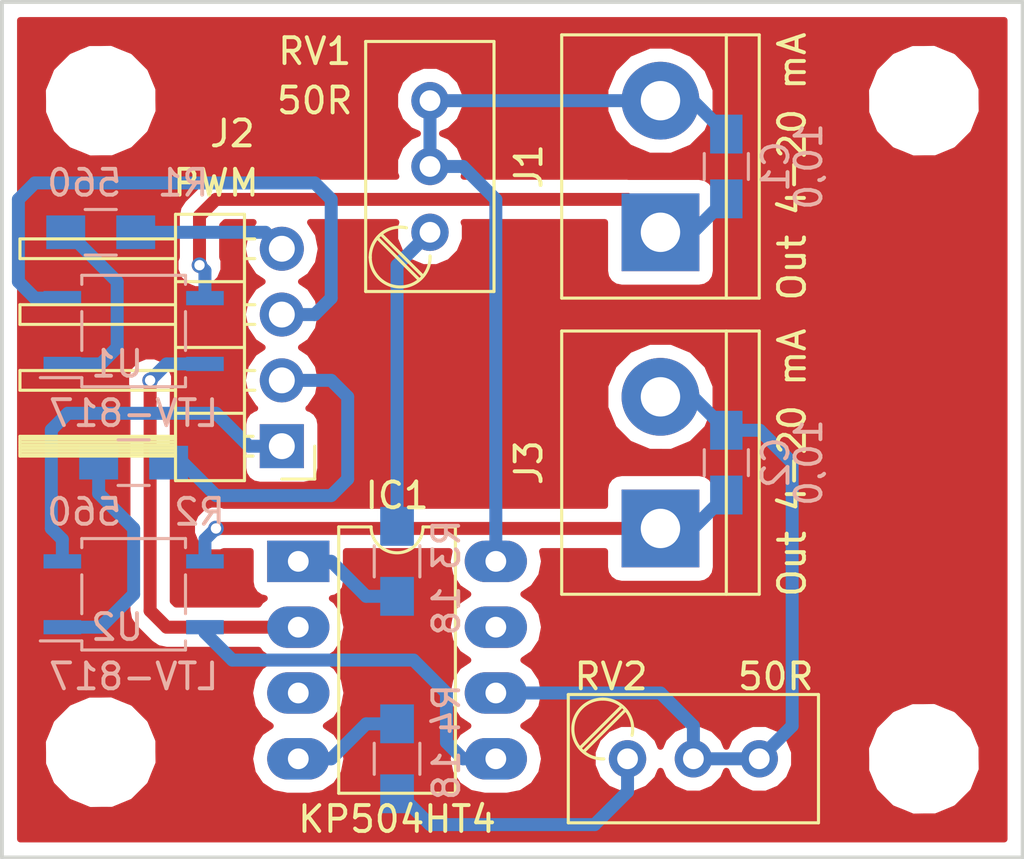
<source format=kicad_pcb>
(kicad_pcb (version 4) (host pcbnew 4.0.7)

  (general
    (links 24)
    (no_connects 0)
    (area 133.274999 65.964999 172.795001 99.135001)
    (thickness 1.6)
    (drawings 4)
    (tracks 93)
    (zones 0)
    (modules 18)
    (nets 17)
  )

  (page A4)
  (layers
    (0 F.Cu signal)
    (31 B.Cu signal)
    (32 B.Adhes user)
    (33 F.Adhes user)
    (34 B.Paste user)
    (35 F.Paste user)
    (36 B.SilkS user)
    (37 F.SilkS user)
    (38 B.Mask user)
    (39 F.Mask user)
    (40 Dwgs.User user)
    (41 Cmts.User user)
    (42 Eco1.User user)
    (43 Eco2.User user)
    (44 Edge.Cuts user)
    (45 Margin user)
    (46 B.CrtYd user)
    (47 F.CrtYd user)
    (48 B.Fab user)
    (49 F.Fab user)
  )

  (setup
    (last_trace_width 0.25)
    (user_trace_width 0.3)
    (user_trace_width 0.5)
    (user_trace_width 1)
    (trace_clearance 0.2)
    (zone_clearance 0.508)
    (zone_45_only no)
    (trace_min 0.2)
    (segment_width 0.2)
    (edge_width 0.15)
    (via_size 0.6)
    (via_drill 0.4)
    (via_min_size 0.4)
    (via_min_drill 0.3)
    (uvia_size 0.3)
    (uvia_drill 0.1)
    (uvias_allowed no)
    (uvia_min_size 0.2)
    (uvia_min_drill 0.1)
    (pcb_text_width 0.3)
    (pcb_text_size 1.5 1.5)
    (mod_edge_width 0.15)
    (mod_text_size 1 1)
    (mod_text_width 0.15)
    (pad_size 1.524 1.524)
    (pad_drill 0.762)
    (pad_to_mask_clearance 0.2)
    (aux_axis_origin 0 0)
    (visible_elements 7FFFFFFF)
    (pcbplotparams
      (layerselection 0x00030_80000001)
      (usegerberextensions false)
      (excludeedgelayer true)
      (linewidth 0.100000)
      (plotframeref false)
      (viasonmask false)
      (mode 1)
      (useauxorigin false)
      (hpglpennumber 1)
      (hpglpenspeed 20)
      (hpglpendiameter 15)
      (hpglpenoverlay 2)
      (psnegative false)
      (psa4output false)
      (plotreference true)
      (plotvalue true)
      (plotinvisibletext false)
      (padsonsilk false)
      (subtractmaskfromsilk false)
      (outputformat 1)
      (mirror false)
      (drillshape 1)
      (scaleselection 1)
      (outputdirectory ""))
  )

  (net 0 "")
  (net 1 "Net-(C1-Pad1)")
  (net 2 "Net-(C1-Pad2)")
  (net 3 "Net-(C2-Pad1)")
  (net 4 "Net-(C2-Pad2)")
  (net 5 "Net-(IC1-Pad1)")
  (net 6 "Net-(IC1-Pad2)")
  (net 7 "Net-(IC1-Pad4)")
  (net 8 "Net-(J2-Pad1)")
  (net 9 "Net-(J2-Pad2)")
  (net 10 "Net-(J2-Pad3)")
  (net 11 "Net-(J2-Pad4)")
  (net 12 "Net-(R1-Pad1)")
  (net 13 "Net-(R2-Pad1)")
  (net 14 "Net-(R3-Pad1)")
  (net 15 "Net-(R4-Pad1)")
  (net 16 "Net-(IC1-Pad5)")

  (net_class Default "Это класс цепей по умолчанию."
    (clearance 0.2)
    (trace_width 0.25)
    (via_dia 0.6)
    (via_drill 0.4)
    (uvia_dia 0.3)
    (uvia_drill 0.1)
    (add_net "Net-(C1-Pad1)")
    (add_net "Net-(C1-Pad2)")
    (add_net "Net-(C2-Pad1)")
    (add_net "Net-(C2-Pad2)")
    (add_net "Net-(IC1-Pad1)")
    (add_net "Net-(IC1-Pad2)")
    (add_net "Net-(IC1-Pad4)")
    (add_net "Net-(IC1-Pad5)")
    (add_net "Net-(J2-Pad1)")
    (add_net "Net-(J2-Pad2)")
    (add_net "Net-(J2-Pad3)")
    (add_net "Net-(J2-Pad4)")
    (add_net "Net-(R1-Pad1)")
    (add_net "Net-(R2-Pad1)")
    (add_net "Net-(R3-Pad1)")
    (add_net "Net-(R4-Pad1)")
  )

  (module Mounting_Holes:MountingHole_3.2mm_M3 (layer F.Cu) (tedit 5B000599) (tstamp 5B0005D5)
    (at 168.91 69.85)
    (descr "Mounting Hole 3.2mm, no annular, M3")
    (tags "mounting hole 3.2mm no annular m3")
    (attr virtual)
    (fp_text reference hole (at 0 -4.2) (layer F.SilkS) hide
      (effects (font (size 1 1) (thickness 0.15)))
    )
    (fp_text value "" (at 0 4.2) (layer F.Fab) hide
      (effects (font (size 1 1) (thickness 0.15)))
    )
    (fp_text user %R (at 0.3 0) (layer F.Fab)
      (effects (font (size 1 1) (thickness 0.15)))
    )
    (fp_circle (center 0 0) (end 3.2 0) (layer Cmts.User) (width 0.15))
    (fp_circle (center 0 0) (end 3.45 0) (layer F.CrtYd) (width 0.05))
    (pad 1 np_thru_hole circle (at 0 0) (size 3.2 3.2) (drill 3.2) (layers *.Cu *.Mask))
  )

  (module Mounting_Holes:MountingHole_3.2mm_M3 (layer F.Cu) (tedit 5B000599) (tstamp 5B0005C9)
    (at 168.91 95.25)
    (descr "Mounting Hole 3.2mm, no annular, M3")
    (tags "mounting hole 3.2mm no annular m3")
    (attr virtual)
    (fp_text reference hole (at 0 -4.2) (layer F.SilkS) hide
      (effects (font (size 1 1) (thickness 0.15)))
    )
    (fp_text value "" (at 0 4.2) (layer F.Fab) hide
      (effects (font (size 1 1) (thickness 0.15)))
    )
    (fp_text user %R (at 0.3 0) (layer F.Fab)
      (effects (font (size 1 1) (thickness 0.15)))
    )
    (fp_circle (center 0 0) (end 3.2 0) (layer Cmts.User) (width 0.15))
    (fp_circle (center 0 0) (end 3.45 0) (layer F.CrtYd) (width 0.05))
    (pad 1 np_thru_hole circle (at 0 0) (size 3.2 3.2) (drill 3.2) (layers *.Cu *.Mask))
  )

  (module Mounting_Holes:MountingHole_3.2mm_M3 (layer F.Cu) (tedit 5B000599) (tstamp 5B0005B6)
    (at 137.16 94.996)
    (descr "Mounting Hole 3.2mm, no annular, M3")
    (tags "mounting hole 3.2mm no annular m3")
    (attr virtual)
    (fp_text reference hole (at 0 -4.2) (layer F.SilkS) hide
      (effects (font (size 1 1) (thickness 0.15)))
    )
    (fp_text value "" (at 0 4.2) (layer F.Fab) hide
      (effects (font (size 1 1) (thickness 0.15)))
    )
    (fp_text user %R (at 0.3 0) (layer F.Fab)
      (effects (font (size 1 1) (thickness 0.15)))
    )
    (fp_circle (center 0 0) (end 3.2 0) (layer Cmts.User) (width 0.15))
    (fp_circle (center 0 0) (end 3.45 0) (layer F.CrtYd) (width 0.05))
    (pad 1 np_thru_hole circle (at 0 0) (size 3.2 3.2) (drill 3.2) (layers *.Cu *.Mask))
  )

  (module Capacitors_SMD:C_0805_HandSoldering (layer B.Cu) (tedit 5B004C7B) (tstamp 5AFFFA06)
    (at 161.29 72.39 270)
    (descr "Capacitor SMD 0805, hand soldering")
    (tags "capacitor 0805")
    (path /58A74533)
    (attr smd)
    (fp_text reference C1 (at 0 -1.905 270) (layer B.SilkS)
      (effects (font (size 1 1) (thickness 0.15)) (justify mirror))
    )
    (fp_text value 10,0 (at 0 -3.175 270) (layer B.SilkS)
      (effects (font (size 1 1) (thickness 0.15)) (justify mirror))
    )
    (fp_text user %R (at 0 -1.905 270) (layer B.Fab)
      (effects (font (size 1 1) (thickness 0.15)) (justify mirror))
    )
    (fp_line (start -1 -0.62) (end -1 0.62) (layer B.Fab) (width 0.1))
    (fp_line (start 1 -0.62) (end -1 -0.62) (layer B.Fab) (width 0.1))
    (fp_line (start 1 0.62) (end 1 -0.62) (layer B.Fab) (width 0.1))
    (fp_line (start -1 0.62) (end 1 0.62) (layer B.Fab) (width 0.1))
    (fp_line (start 0.5 0.85) (end -0.5 0.85) (layer B.SilkS) (width 0.12))
    (fp_line (start -0.5 -0.85) (end 0.5 -0.85) (layer B.SilkS) (width 0.12))
    (fp_line (start -2.25 0.88) (end 2.25 0.88) (layer B.CrtYd) (width 0.05))
    (fp_line (start -2.25 0.88) (end -2.25 -0.87) (layer B.CrtYd) (width 0.05))
    (fp_line (start 2.25 -0.87) (end 2.25 0.88) (layer B.CrtYd) (width 0.05))
    (fp_line (start 2.25 -0.87) (end -2.25 -0.87) (layer B.CrtYd) (width 0.05))
    (pad 1 smd rect (at -1.25 0 270) (size 1.5 1.25) (layers B.Cu B.Paste B.Mask)
      (net 1 "Net-(C1-Pad1)"))
    (pad 2 smd rect (at 1.25 0 270) (size 1.5 1.25) (layers B.Cu B.Paste B.Mask)
      (net 2 "Net-(C1-Pad2)"))
    (model Capacitors_SMD.3dshapes/C_0805.wrl
      (at (xyz 0 0 0))
      (scale (xyz 1 1 1))
      (rotate (xyz 0 0 0))
    )
  )

  (module Capacitors_SMD:C_0805_HandSoldering (layer B.Cu) (tedit 5B004C75) (tstamp 5AFFFA0C)
    (at 161.29 83.82 270)
    (descr "Capacitor SMD 0805, hand soldering")
    (tags "capacitor 0805")
    (path /5AFFFF55)
    (attr smd)
    (fp_text reference C2 (at 0 -1.905 270) (layer B.SilkS)
      (effects (font (size 1 1) (thickness 0.15)) (justify mirror))
    )
    (fp_text value 10,0 (at 0 -3.175 270) (layer B.SilkS)
      (effects (font (size 1 1) (thickness 0.15)) (justify mirror))
    )
    (fp_text user %R (at 0 -1.905 270) (layer B.Fab)
      (effects (font (size 1 1) (thickness 0.15)) (justify mirror))
    )
    (fp_line (start -1 -0.62) (end -1 0.62) (layer B.Fab) (width 0.1))
    (fp_line (start 1 -0.62) (end -1 -0.62) (layer B.Fab) (width 0.1))
    (fp_line (start 1 0.62) (end 1 -0.62) (layer B.Fab) (width 0.1))
    (fp_line (start -1 0.62) (end 1 0.62) (layer B.Fab) (width 0.1))
    (fp_line (start 0.5 0.85) (end -0.5 0.85) (layer B.SilkS) (width 0.12))
    (fp_line (start -0.5 -0.85) (end 0.5 -0.85) (layer B.SilkS) (width 0.12))
    (fp_line (start -2.25 0.88) (end 2.25 0.88) (layer B.CrtYd) (width 0.05))
    (fp_line (start -2.25 0.88) (end -2.25 -0.87) (layer B.CrtYd) (width 0.05))
    (fp_line (start 2.25 -0.87) (end 2.25 0.88) (layer B.CrtYd) (width 0.05))
    (fp_line (start 2.25 -0.87) (end -2.25 -0.87) (layer B.CrtYd) (width 0.05))
    (pad 1 smd rect (at -1.25 0 270) (size 1.5 1.25) (layers B.Cu B.Paste B.Mask)
      (net 3 "Net-(C2-Pad1)"))
    (pad 2 smd rect (at 1.25 0 270) (size 1.5 1.25) (layers B.Cu B.Paste B.Mask)
      (net 4 "Net-(C2-Pad2)"))
    (model Capacitors_SMD.3dshapes/C_0805.wrl
      (at (xyz 0 0 0))
      (scale (xyz 1 1 1))
      (rotate (xyz 0 0 0))
    )
  )

  (module Connectors_Terminal_Blocks:TerminalBlock_bornier-2_P5.08mm (layer F.Cu) (tedit 5B004BAA) (tstamp 5AFFFA1A)
    (at 158.75 74.93 90)
    (descr "simple 2-pin terminal block, pitch 5.08mm, revamped version of bornier2")
    (tags "terminal block bornier2")
    (path /58A7455E)
    (fp_text reference J1 (at 2.54 -5.08 90) (layer F.SilkS)
      (effects (font (size 1 1) (thickness 0.15)))
    )
    (fp_text value "Out 4-20 mA" (at 2.54 5.08 90) (layer F.SilkS)
      (effects (font (size 1 1) (thickness 0.15)))
    )
    (fp_text user %R (at 2.54 -5.08 90) (layer F.Fab)
      (effects (font (size 1 1) (thickness 0.15)))
    )
    (fp_line (start -2.41 2.55) (end 7.49 2.55) (layer F.Fab) (width 0.1))
    (fp_line (start -2.46 -3.75) (end -2.46 3.75) (layer F.Fab) (width 0.1))
    (fp_line (start -2.46 3.75) (end 7.54 3.75) (layer F.Fab) (width 0.1))
    (fp_line (start 7.54 3.75) (end 7.54 -3.75) (layer F.Fab) (width 0.1))
    (fp_line (start 7.54 -3.75) (end -2.46 -3.75) (layer F.Fab) (width 0.1))
    (fp_line (start 7.62 2.54) (end -2.54 2.54) (layer F.SilkS) (width 0.12))
    (fp_line (start 7.62 3.81) (end 7.62 -3.81) (layer F.SilkS) (width 0.12))
    (fp_line (start 7.62 -3.81) (end -2.54 -3.81) (layer F.SilkS) (width 0.12))
    (fp_line (start -2.54 -3.81) (end -2.54 3.81) (layer F.SilkS) (width 0.12))
    (fp_line (start -2.54 3.81) (end 7.62 3.81) (layer F.SilkS) (width 0.12))
    (fp_line (start -2.71 -4) (end 7.79 -4) (layer F.CrtYd) (width 0.05))
    (fp_line (start -2.71 -4) (end -2.71 4) (layer F.CrtYd) (width 0.05))
    (fp_line (start 7.79 4) (end 7.79 -4) (layer F.CrtYd) (width 0.05))
    (fp_line (start 7.79 4) (end -2.71 4) (layer F.CrtYd) (width 0.05))
    (pad 1 thru_hole rect (at 0 0 90) (size 3 3) (drill 1.52) (layers *.Cu *.Mask)
      (net 2 "Net-(C1-Pad2)"))
    (pad 2 thru_hole circle (at 5.08 0 90) (size 3 3) (drill 1.52) (layers *.Cu *.Mask)
      (net 1 "Net-(C1-Pad1)"))
    (model ${KISYS3DMOD}/Terminal_Blocks.3dshapes/TerminalBlock_bornier-2_P5.08mm.wrl
      (at (xyz 0.1 0 0))
      (scale (xyz 1 1 1))
      (rotate (xyz 0 0 0))
    )
  )

  (module Pin_Headers:Pin_Header_Angled_1x04_Pitch2.54mm (layer F.Cu) (tedit 5B004B9E) (tstamp 5AFFFA22)
    (at 144.145 83.185 180)
    (descr "Through hole angled pin header, 1x04, 2.54mm pitch, 6mm pin length, single row")
    (tags "Through hole angled pin header THT 1x04 2.54mm single row")
    (path /5B0001D2)
    (fp_text reference J2 (at 1.905 12.065 180) (layer F.SilkS)
      (effects (font (size 1 1) (thickness 0.15)))
    )
    (fp_text value PWM (at 2.54 10.16 180) (layer F.SilkS)
      (effects (font (size 1 1) (thickness 0.15)))
    )
    (fp_line (start 2.135 -1.27) (end 4.04 -1.27) (layer F.Fab) (width 0.1))
    (fp_line (start 4.04 -1.27) (end 4.04 8.89) (layer F.Fab) (width 0.1))
    (fp_line (start 4.04 8.89) (end 1.5 8.89) (layer F.Fab) (width 0.1))
    (fp_line (start 1.5 8.89) (end 1.5 -0.635) (layer F.Fab) (width 0.1))
    (fp_line (start 1.5 -0.635) (end 2.135 -1.27) (layer F.Fab) (width 0.1))
    (fp_line (start -0.32 -0.32) (end 1.5 -0.32) (layer F.Fab) (width 0.1))
    (fp_line (start -0.32 -0.32) (end -0.32 0.32) (layer F.Fab) (width 0.1))
    (fp_line (start -0.32 0.32) (end 1.5 0.32) (layer F.Fab) (width 0.1))
    (fp_line (start 4.04 -0.32) (end 10.04 -0.32) (layer F.Fab) (width 0.1))
    (fp_line (start 10.04 -0.32) (end 10.04 0.32) (layer F.Fab) (width 0.1))
    (fp_line (start 4.04 0.32) (end 10.04 0.32) (layer F.Fab) (width 0.1))
    (fp_line (start -0.32 2.22) (end 1.5 2.22) (layer F.Fab) (width 0.1))
    (fp_line (start -0.32 2.22) (end -0.32 2.86) (layer F.Fab) (width 0.1))
    (fp_line (start -0.32 2.86) (end 1.5 2.86) (layer F.Fab) (width 0.1))
    (fp_line (start 4.04 2.22) (end 10.04 2.22) (layer F.Fab) (width 0.1))
    (fp_line (start 10.04 2.22) (end 10.04 2.86) (layer F.Fab) (width 0.1))
    (fp_line (start 4.04 2.86) (end 10.04 2.86) (layer F.Fab) (width 0.1))
    (fp_line (start -0.32 4.76) (end 1.5 4.76) (layer F.Fab) (width 0.1))
    (fp_line (start -0.32 4.76) (end -0.32 5.4) (layer F.Fab) (width 0.1))
    (fp_line (start -0.32 5.4) (end 1.5 5.4) (layer F.Fab) (width 0.1))
    (fp_line (start 4.04 4.76) (end 10.04 4.76) (layer F.Fab) (width 0.1))
    (fp_line (start 10.04 4.76) (end 10.04 5.4) (layer F.Fab) (width 0.1))
    (fp_line (start 4.04 5.4) (end 10.04 5.4) (layer F.Fab) (width 0.1))
    (fp_line (start -0.32 7.3) (end 1.5 7.3) (layer F.Fab) (width 0.1))
    (fp_line (start -0.32 7.3) (end -0.32 7.94) (layer F.Fab) (width 0.1))
    (fp_line (start -0.32 7.94) (end 1.5 7.94) (layer F.Fab) (width 0.1))
    (fp_line (start 4.04 7.3) (end 10.04 7.3) (layer F.Fab) (width 0.1))
    (fp_line (start 10.04 7.3) (end 10.04 7.94) (layer F.Fab) (width 0.1))
    (fp_line (start 4.04 7.94) (end 10.04 7.94) (layer F.Fab) (width 0.1))
    (fp_line (start 1.44 -1.33) (end 1.44 8.95) (layer F.SilkS) (width 0.12))
    (fp_line (start 1.44 8.95) (end 4.1 8.95) (layer F.SilkS) (width 0.12))
    (fp_line (start 4.1 8.95) (end 4.1 -1.33) (layer F.SilkS) (width 0.12))
    (fp_line (start 4.1 -1.33) (end 1.44 -1.33) (layer F.SilkS) (width 0.12))
    (fp_line (start 4.1 -0.38) (end 10.1 -0.38) (layer F.SilkS) (width 0.12))
    (fp_line (start 10.1 -0.38) (end 10.1 0.38) (layer F.SilkS) (width 0.12))
    (fp_line (start 10.1 0.38) (end 4.1 0.38) (layer F.SilkS) (width 0.12))
    (fp_line (start 4.1 -0.32) (end 10.1 -0.32) (layer F.SilkS) (width 0.12))
    (fp_line (start 4.1 -0.2) (end 10.1 -0.2) (layer F.SilkS) (width 0.12))
    (fp_line (start 4.1 -0.08) (end 10.1 -0.08) (layer F.SilkS) (width 0.12))
    (fp_line (start 4.1 0.04) (end 10.1 0.04) (layer F.SilkS) (width 0.12))
    (fp_line (start 4.1 0.16) (end 10.1 0.16) (layer F.SilkS) (width 0.12))
    (fp_line (start 4.1 0.28) (end 10.1 0.28) (layer F.SilkS) (width 0.12))
    (fp_line (start 1.11 -0.38) (end 1.44 -0.38) (layer F.SilkS) (width 0.12))
    (fp_line (start 1.11 0.38) (end 1.44 0.38) (layer F.SilkS) (width 0.12))
    (fp_line (start 1.44 1.27) (end 4.1 1.27) (layer F.SilkS) (width 0.12))
    (fp_line (start 4.1 2.16) (end 10.1 2.16) (layer F.SilkS) (width 0.12))
    (fp_line (start 10.1 2.16) (end 10.1 2.92) (layer F.SilkS) (width 0.12))
    (fp_line (start 10.1 2.92) (end 4.1 2.92) (layer F.SilkS) (width 0.12))
    (fp_line (start 1.042929 2.16) (end 1.44 2.16) (layer F.SilkS) (width 0.12))
    (fp_line (start 1.042929 2.92) (end 1.44 2.92) (layer F.SilkS) (width 0.12))
    (fp_line (start 1.44 3.81) (end 4.1 3.81) (layer F.SilkS) (width 0.12))
    (fp_line (start 4.1 4.7) (end 10.1 4.7) (layer F.SilkS) (width 0.12))
    (fp_line (start 10.1 4.7) (end 10.1 5.46) (layer F.SilkS) (width 0.12))
    (fp_line (start 10.1 5.46) (end 4.1 5.46) (layer F.SilkS) (width 0.12))
    (fp_line (start 1.042929 4.7) (end 1.44 4.7) (layer F.SilkS) (width 0.12))
    (fp_line (start 1.042929 5.46) (end 1.44 5.46) (layer F.SilkS) (width 0.12))
    (fp_line (start 1.44 6.35) (end 4.1 6.35) (layer F.SilkS) (width 0.12))
    (fp_line (start 4.1 7.24) (end 10.1 7.24) (layer F.SilkS) (width 0.12))
    (fp_line (start 10.1 7.24) (end 10.1 8) (layer F.SilkS) (width 0.12))
    (fp_line (start 10.1 8) (end 4.1 8) (layer F.SilkS) (width 0.12))
    (fp_line (start 1.042929 7.24) (end 1.44 7.24) (layer F.SilkS) (width 0.12))
    (fp_line (start 1.042929 8) (end 1.44 8) (layer F.SilkS) (width 0.12))
    (fp_line (start -1.27 0) (end -1.27 -1.27) (layer F.SilkS) (width 0.12))
    (fp_line (start -1.27 -1.27) (end 0 -1.27) (layer F.SilkS) (width 0.12))
    (fp_line (start -1.8 -1.8) (end -1.8 9.4) (layer F.CrtYd) (width 0.05))
    (fp_line (start -1.8 9.4) (end 10.55 9.4) (layer F.CrtYd) (width 0.05))
    (fp_line (start 10.55 9.4) (end 10.55 -1.8) (layer F.CrtYd) (width 0.05))
    (fp_line (start 10.55 -1.8) (end -1.8 -1.8) (layer F.CrtYd) (width 0.05))
    (fp_text user %R (at 1.905 12.065 360) (layer F.Fab)
      (effects (font (size 1 1) (thickness 0.15)))
    )
    (pad 1 thru_hole rect (at 0 0 180) (size 1.7 1.7) (drill 1) (layers *.Cu *.Mask)
      (net 8 "Net-(J2-Pad1)"))
    (pad 2 thru_hole oval (at 0 2.54 180) (size 1.7 1.7) (drill 1) (layers *.Cu *.Mask)
      (net 9 "Net-(J2-Pad2)"))
    (pad 3 thru_hole oval (at 0 5.08 180) (size 1.7 1.7) (drill 1) (layers *.Cu *.Mask)
      (net 10 "Net-(J2-Pad3)"))
    (pad 4 thru_hole oval (at 0 7.62 180) (size 1.7 1.7) (drill 1) (layers *.Cu *.Mask)
      (net 11 "Net-(J2-Pad4)"))
    (model ${KISYS3DMOD}/Pin_Headers.3dshapes/Pin_Header_Angled_1x04_Pitch2.54mm.wrl
      (at (xyz 0 0 0))
      (scale (xyz 1 1 1))
      (rotate (xyz 0 0 0))
    )
  )

  (module Connectors_Terminal_Blocks:TerminalBlock_bornier-2_P5.08mm (layer F.Cu) (tedit 5B004BA4) (tstamp 5AFFFA28)
    (at 158.75 86.36 90)
    (descr "simple 2-pin terminal block, pitch 5.08mm, revamped version of bornier2")
    (tags "terminal block bornier2")
    (path /5AFFFF5B)
    (fp_text reference J3 (at 2.54 -5.08 90) (layer F.SilkS)
      (effects (font (size 1 1) (thickness 0.15)))
    )
    (fp_text value "Out 4-20 mA" (at 2.54 5.08 90) (layer F.SilkS)
      (effects (font (size 1 1) (thickness 0.15)))
    )
    (fp_text user %R (at 2.54 -5.08 90) (layer F.Fab)
      (effects (font (size 1 1) (thickness 0.15)))
    )
    (fp_line (start -2.41 2.55) (end 7.49 2.55) (layer F.Fab) (width 0.1))
    (fp_line (start -2.46 -3.75) (end -2.46 3.75) (layer F.Fab) (width 0.1))
    (fp_line (start -2.46 3.75) (end 7.54 3.75) (layer F.Fab) (width 0.1))
    (fp_line (start 7.54 3.75) (end 7.54 -3.75) (layer F.Fab) (width 0.1))
    (fp_line (start 7.54 -3.75) (end -2.46 -3.75) (layer F.Fab) (width 0.1))
    (fp_line (start 7.62 2.54) (end -2.54 2.54) (layer F.SilkS) (width 0.12))
    (fp_line (start 7.62 3.81) (end 7.62 -3.81) (layer F.SilkS) (width 0.12))
    (fp_line (start 7.62 -3.81) (end -2.54 -3.81) (layer F.SilkS) (width 0.12))
    (fp_line (start -2.54 -3.81) (end -2.54 3.81) (layer F.SilkS) (width 0.12))
    (fp_line (start -2.54 3.81) (end 7.62 3.81) (layer F.SilkS) (width 0.12))
    (fp_line (start -2.71 -4) (end 7.79 -4) (layer F.CrtYd) (width 0.05))
    (fp_line (start -2.71 -4) (end -2.71 4) (layer F.CrtYd) (width 0.05))
    (fp_line (start 7.79 4) (end 7.79 -4) (layer F.CrtYd) (width 0.05))
    (fp_line (start 7.79 4) (end -2.71 4) (layer F.CrtYd) (width 0.05))
    (pad 1 thru_hole rect (at 0 0 90) (size 3 3) (drill 1.52) (layers *.Cu *.Mask)
      (net 4 "Net-(C2-Pad2)"))
    (pad 2 thru_hole circle (at 5.08 0 90) (size 3 3) (drill 1.52) (layers *.Cu *.Mask)
      (net 3 "Net-(C2-Pad1)"))
    (model ${KISYS3DMOD}/Terminal_Blocks.3dshapes/TerminalBlock_bornier-2_P5.08mm.wrl
      (at (xyz 0.1 0 0))
      (scale (xyz 1 1 1))
      (rotate (xyz 0 0 0))
    )
  )

  (module Resistors_SMD:R_0805_HandSoldering (layer B.Cu) (tedit 5B004CEE) (tstamp 5AFFFA2E)
    (at 137.16 74.93)
    (descr "Resistor SMD 0805, hand soldering")
    (tags "resistor 0805")
    (path /58A7464E)
    (attr smd)
    (fp_text reference R1 (at 3.175 -1.905) (layer B.SilkS)
      (effects (font (size 1 1) (thickness 0.15)) (justify mirror))
    )
    (fp_text value 560 (at -0.635 -1.905) (layer B.SilkS)
      (effects (font (size 1 1) (thickness 0.15)) (justify mirror))
    )
    (fp_text user %R (at 0 0) (layer B.Fab)
      (effects (font (size 0.5 0.5) (thickness 0.075)) (justify mirror))
    )
    (fp_line (start -1 -0.62) (end -1 0.62) (layer B.Fab) (width 0.1))
    (fp_line (start 1 -0.62) (end -1 -0.62) (layer B.Fab) (width 0.1))
    (fp_line (start 1 0.62) (end 1 -0.62) (layer B.Fab) (width 0.1))
    (fp_line (start -1 0.62) (end 1 0.62) (layer B.Fab) (width 0.1))
    (fp_line (start 0.6 -0.88) (end -0.6 -0.88) (layer B.SilkS) (width 0.12))
    (fp_line (start -0.6 0.88) (end 0.6 0.88) (layer B.SilkS) (width 0.12))
    (fp_line (start -2.35 0.9) (end 2.35 0.9) (layer B.CrtYd) (width 0.05))
    (fp_line (start -2.35 0.9) (end -2.35 -0.9) (layer B.CrtYd) (width 0.05))
    (fp_line (start 2.35 -0.9) (end 2.35 0.9) (layer B.CrtYd) (width 0.05))
    (fp_line (start 2.35 -0.9) (end -2.35 -0.9) (layer B.CrtYd) (width 0.05))
    (pad 1 smd rect (at -1.35 0) (size 1.5 1.3) (layers B.Cu B.Paste B.Mask)
      (net 12 "Net-(R1-Pad1)"))
    (pad 2 smd rect (at 1.35 0) (size 1.5 1.3) (layers B.Cu B.Paste B.Mask)
      (net 11 "Net-(J2-Pad4)"))
    (model ${KISYS3DMOD}/Resistors_SMD.3dshapes/R_0805.wrl
      (at (xyz 0 0 0))
      (scale (xyz 1 1 1))
      (rotate (xyz 0 0 0))
    )
  )

  (module Resistors_SMD:R_0805_HandSoldering (layer B.Cu) (tedit 5B004CCA) (tstamp 5AFFFA34)
    (at 138.43 83.82)
    (descr "Resistor SMD 0805, hand soldering")
    (tags "resistor 0805")
    (path /5AFFFEAB)
    (attr smd)
    (fp_text reference R2 (at 2.54 1.905) (layer B.SilkS)
      (effects (font (size 1 1) (thickness 0.15)) (justify mirror))
    )
    (fp_text value 560 (at -1.905 1.905) (layer B.SilkS)
      (effects (font (size 1 1) (thickness 0.15)) (justify mirror))
    )
    (fp_text user %R (at 0 0) (layer B.Fab)
      (effects (font (size 0.5 0.5) (thickness 0.075)) (justify mirror))
    )
    (fp_line (start -1 -0.62) (end -1 0.62) (layer B.Fab) (width 0.1))
    (fp_line (start 1 -0.62) (end -1 -0.62) (layer B.Fab) (width 0.1))
    (fp_line (start 1 0.62) (end 1 -0.62) (layer B.Fab) (width 0.1))
    (fp_line (start -1 0.62) (end 1 0.62) (layer B.Fab) (width 0.1))
    (fp_line (start 0.6 -0.88) (end -0.6 -0.88) (layer B.SilkS) (width 0.12))
    (fp_line (start -0.6 0.88) (end 0.6 0.88) (layer B.SilkS) (width 0.12))
    (fp_line (start -2.35 0.9) (end 2.35 0.9) (layer B.CrtYd) (width 0.05))
    (fp_line (start -2.35 0.9) (end -2.35 -0.9) (layer B.CrtYd) (width 0.05))
    (fp_line (start 2.35 -0.9) (end 2.35 0.9) (layer B.CrtYd) (width 0.05))
    (fp_line (start 2.35 -0.9) (end -2.35 -0.9) (layer B.CrtYd) (width 0.05))
    (pad 1 smd rect (at -1.35 0) (size 1.5 1.3) (layers B.Cu B.Paste B.Mask)
      (net 13 "Net-(R2-Pad1)"))
    (pad 2 smd rect (at 1.35 0) (size 1.5 1.3) (layers B.Cu B.Paste B.Mask)
      (net 9 "Net-(J2-Pad2)"))
    (model ${KISYS3DMOD}/Resistors_SMD.3dshapes/R_0805.wrl
      (at (xyz 0 0 0))
      (scale (xyz 1 1 1))
      (rotate (xyz 0 0 0))
    )
  )

  (module Resistors_SMD:R_0805_HandSoldering (layer B.Cu) (tedit 5B004C5F) (tstamp 5AFFFA3A)
    (at 148.59 87.63 270)
    (descr "Resistor SMD 0805, hand soldering")
    (tags "resistor 0805")
    (path /58A743EF)
    (attr smd)
    (fp_text reference R3 (at -0.635 -1.905 270) (layer B.SilkS)
      (effects (font (size 1 1) (thickness 0.15)) (justify mirror))
    )
    (fp_text value 18 (at 1.905 -1.905 270) (layer B.SilkS)
      (effects (font (size 1 1) (thickness 0.15)) (justify mirror))
    )
    (fp_text user %R (at 0 0 270) (layer B.Fab)
      (effects (font (size 0.5 0.5) (thickness 0.075)) (justify mirror))
    )
    (fp_line (start -1 -0.62) (end -1 0.62) (layer B.Fab) (width 0.1))
    (fp_line (start 1 -0.62) (end -1 -0.62) (layer B.Fab) (width 0.1))
    (fp_line (start 1 0.62) (end 1 -0.62) (layer B.Fab) (width 0.1))
    (fp_line (start -1 0.62) (end 1 0.62) (layer B.Fab) (width 0.1))
    (fp_line (start 0.6 -0.88) (end -0.6 -0.88) (layer B.SilkS) (width 0.12))
    (fp_line (start -0.6 0.88) (end 0.6 0.88) (layer B.SilkS) (width 0.12))
    (fp_line (start -2.35 0.9) (end 2.35 0.9) (layer B.CrtYd) (width 0.05))
    (fp_line (start -2.35 0.9) (end -2.35 -0.9) (layer B.CrtYd) (width 0.05))
    (fp_line (start 2.35 -0.9) (end 2.35 0.9) (layer B.CrtYd) (width 0.05))
    (fp_line (start 2.35 -0.9) (end -2.35 -0.9) (layer B.CrtYd) (width 0.05))
    (pad 1 smd rect (at -1.35 0 270) (size 1.5 1.3) (layers B.Cu B.Paste B.Mask)
      (net 14 "Net-(R3-Pad1)"))
    (pad 2 smd rect (at 1.35 0 270) (size 1.5 1.3) (layers B.Cu B.Paste B.Mask)
      (net 5 "Net-(IC1-Pad1)"))
    (model ${KISYS3DMOD}/Resistors_SMD.3dshapes/R_0805.wrl
      (at (xyz 0 0 0))
      (scale (xyz 1 1 1))
      (rotate (xyz 0 0 0))
    )
  )

  (module Resistors_SMD:R_0805_HandSoldering (layer B.Cu) (tedit 5B004C59) (tstamp 5AFFFA40)
    (at 148.59 95.25 90)
    (descr "Resistor SMD 0805, hand soldering")
    (tags "resistor 0805")
    (path /5AFFFAB4)
    (attr smd)
    (fp_text reference R4 (at 1.905 1.905 90) (layer B.SilkS)
      (effects (font (size 1 1) (thickness 0.15)) (justify mirror))
    )
    (fp_text value 18 (at -0.635 1.905 90) (layer B.SilkS)
      (effects (font (size 1 1) (thickness 0.15)) (justify mirror))
    )
    (fp_text user %R (at 0 0 90) (layer B.Fab)
      (effects (font (size 0.5 0.5) (thickness 0.075)) (justify mirror))
    )
    (fp_line (start -1 -0.62) (end -1 0.62) (layer B.Fab) (width 0.1))
    (fp_line (start 1 -0.62) (end -1 -0.62) (layer B.Fab) (width 0.1))
    (fp_line (start 1 0.62) (end 1 -0.62) (layer B.Fab) (width 0.1))
    (fp_line (start -1 0.62) (end 1 0.62) (layer B.Fab) (width 0.1))
    (fp_line (start 0.6 -0.88) (end -0.6 -0.88) (layer B.SilkS) (width 0.12))
    (fp_line (start -0.6 0.88) (end 0.6 0.88) (layer B.SilkS) (width 0.12))
    (fp_line (start -2.35 0.9) (end 2.35 0.9) (layer B.CrtYd) (width 0.05))
    (fp_line (start -2.35 0.9) (end -2.35 -0.9) (layer B.CrtYd) (width 0.05))
    (fp_line (start 2.35 -0.9) (end 2.35 0.9) (layer B.CrtYd) (width 0.05))
    (fp_line (start 2.35 -0.9) (end -2.35 -0.9) (layer B.CrtYd) (width 0.05))
    (pad 1 smd rect (at -1.35 0 90) (size 1.5 1.3) (layers B.Cu B.Paste B.Mask)
      (net 15 "Net-(R4-Pad1)"))
    (pad 2 smd rect (at 1.35 0 90) (size 1.5 1.3) (layers B.Cu B.Paste B.Mask)
      (net 7 "Net-(IC1-Pad4)"))
    (model ${KISYS3DMOD}/Resistors_SMD.3dshapes/R_0805.wrl
      (at (xyz 0 0 0))
      (scale (xyz 1 1 1))
      (rotate (xyz 0 0 0))
    )
  )

  (module Potentiometers:Potentiometer_Trimmer_Bourns_3296W (layer F.Cu) (tedit 5B004B89) (tstamp 5AFFFA47)
    (at 149.86 74.93 270)
    (descr "Spindle Trimmer Potentiometer, Bourns 3296W, https://www.bourns.com/pdfs/3296.pdf")
    (tags "Spindle Trimmer Potentiometer   Bourns 3296W")
    (path /5B00045D)
    (fp_text reference RV1 (at -6.985 4.445 360) (layer F.SilkS)
      (effects (font (size 1 1) (thickness 0.15)))
    )
    (fp_text value 50R (at -5.08 4.445 360) (layer F.SilkS)
      (effects (font (size 1 1) (thickness 0.15)))
    )
    (fp_arc (start 0.955 1.15) (end 0.955 2.305) (angle -182) (layer F.SilkS) (width 0.12))
    (fp_arc (start 0.955 1.15) (end -0.174 0.91) (angle -103) (layer F.SilkS) (width 0.12))
    (fp_circle (center 0.955 1.15) (end 2.05 1.15) (layer F.Fab) (width 0.1))
    (fp_line (start -7.305 -2.41) (end -7.305 2.42) (layer F.Fab) (width 0.1))
    (fp_line (start -7.305 2.42) (end 2.225 2.42) (layer F.Fab) (width 0.1))
    (fp_line (start 2.225 2.42) (end 2.225 -2.41) (layer F.Fab) (width 0.1))
    (fp_line (start 2.225 -2.41) (end -7.305 -2.41) (layer F.Fab) (width 0.1))
    (fp_line (start 1.786 0.454) (end 0.259 1.981) (layer F.Fab) (width 0.1))
    (fp_line (start 1.652 0.32) (end 0.125 1.847) (layer F.Fab) (width 0.1))
    (fp_line (start -7.365 -2.47) (end 2.285 -2.47) (layer F.SilkS) (width 0.12))
    (fp_line (start -7.365 2.481) (end 2.285 2.481) (layer F.SilkS) (width 0.12))
    (fp_line (start -7.365 -2.47) (end -7.365 2.481) (layer F.SilkS) (width 0.12))
    (fp_line (start 2.285 -2.47) (end 2.285 2.481) (layer F.SilkS) (width 0.12))
    (fp_line (start 1.831 0.416) (end 0.22 2.026) (layer F.SilkS) (width 0.12))
    (fp_line (start 1.691 0.275) (end 0.079 1.885) (layer F.SilkS) (width 0.12))
    (fp_line (start -7.6 -2.7) (end -7.6 2.7) (layer F.CrtYd) (width 0.05))
    (fp_line (start -7.6 2.7) (end 2.5 2.7) (layer F.CrtYd) (width 0.05))
    (fp_line (start 2.5 2.7) (end 2.5 -2.7) (layer F.CrtYd) (width 0.05))
    (fp_line (start 2.5 -2.7) (end -7.6 -2.7) (layer F.CrtYd) (width 0.05))
    (pad 1 thru_hole circle (at 0 0 270) (size 1.44 1.44) (drill 0.8) (layers *.Cu *.Mask)
      (net 14 "Net-(R3-Pad1)"))
    (pad 2 thru_hole circle (at -2.54 0 270) (size 1.44 1.44) (drill 0.8) (layers *.Cu *.Mask)
      (net 1 "Net-(C1-Pad1)"))
    (pad 3 thru_hole circle (at -5.08 0 270) (size 1.44 1.44) (drill 0.8) (layers *.Cu *.Mask)
      (net 1 "Net-(C1-Pad1)"))
    (model Potentiometers.3dshapes/Potentiometer_Trimmer_Bourns_3296W.wrl
      (at (xyz 0 0 0))
      (scale (xyz 1 1 1))
      (rotate (xyz 0 0 -90))
    )
  )

  (module Potentiometers:Potentiometer_Trimmer_Bourns_3296W (layer F.Cu) (tedit 5B004B71) (tstamp 5AFFFA4E)
    (at 157.48 95.25 180)
    (descr "Spindle Trimmer Potentiometer, Bourns 3296W, https://www.bourns.com/pdfs/3296.pdf")
    (tags "Spindle Trimmer Potentiometer   Bourns 3296W")
    (path /5B00058E)
    (fp_text reference RV2 (at 0.635 3.175 180) (layer F.SilkS)
      (effects (font (size 1 1) (thickness 0.15)))
    )
    (fp_text value 50R (at -5.715 3.175 180) (layer F.SilkS)
      (effects (font (size 1 1) (thickness 0.15)))
    )
    (fp_arc (start 0.955 1.15) (end 0.955 2.305) (angle -182) (layer F.SilkS) (width 0.12))
    (fp_arc (start 0.955 1.15) (end -0.174 0.91) (angle -103) (layer F.SilkS) (width 0.12))
    (fp_circle (center 0.955 1.15) (end 2.05 1.15) (layer F.Fab) (width 0.1))
    (fp_line (start -7.305 -2.41) (end -7.305 2.42) (layer F.Fab) (width 0.1))
    (fp_line (start -7.305 2.42) (end 2.225 2.42) (layer F.Fab) (width 0.1))
    (fp_line (start 2.225 2.42) (end 2.225 -2.41) (layer F.Fab) (width 0.1))
    (fp_line (start 2.225 -2.41) (end -7.305 -2.41) (layer F.Fab) (width 0.1))
    (fp_line (start 1.786 0.454) (end 0.259 1.981) (layer F.Fab) (width 0.1))
    (fp_line (start 1.652 0.32) (end 0.125 1.847) (layer F.Fab) (width 0.1))
    (fp_line (start -7.365 -2.47) (end 2.285 -2.47) (layer F.SilkS) (width 0.12))
    (fp_line (start -7.365 2.481) (end 2.285 2.481) (layer F.SilkS) (width 0.12))
    (fp_line (start -7.365 -2.47) (end -7.365 2.481) (layer F.SilkS) (width 0.12))
    (fp_line (start 2.285 -2.47) (end 2.285 2.481) (layer F.SilkS) (width 0.12))
    (fp_line (start 1.831 0.416) (end 0.22 2.026) (layer F.SilkS) (width 0.12))
    (fp_line (start 1.691 0.275) (end 0.079 1.885) (layer F.SilkS) (width 0.12))
    (fp_line (start -7.6 -2.7) (end -7.6 2.7) (layer F.CrtYd) (width 0.05))
    (fp_line (start -7.6 2.7) (end 2.5 2.7) (layer F.CrtYd) (width 0.05))
    (fp_line (start 2.5 2.7) (end 2.5 -2.7) (layer F.CrtYd) (width 0.05))
    (fp_line (start 2.5 -2.7) (end -7.6 -2.7) (layer F.CrtYd) (width 0.05))
    (pad 1 thru_hole circle (at 0 0 180) (size 1.44 1.44) (drill 0.8) (layers *.Cu *.Mask)
      (net 15 "Net-(R4-Pad1)"))
    (pad 2 thru_hole circle (at -2.54 0 180) (size 1.44 1.44) (drill 0.8) (layers *.Cu *.Mask)
      (net 3 "Net-(C2-Pad1)"))
    (pad 3 thru_hole circle (at -5.08 0 180) (size 1.44 1.44) (drill 0.8) (layers *.Cu *.Mask)
      (net 3 "Net-(C2-Pad1)"))
    (model Potentiometers.3dshapes/Potentiometer_Trimmer_Bourns_3296W.wrl
      (at (xyz 0 0 0))
      (scale (xyz 1 1 1))
      (rotate (xyz 0 0 -90))
    )
  )

  (module Housings_SSOP:SOP-4_3.8x4.1mm_Pitch2.54mm (layer B.Cu) (tedit 5B004CDF) (tstamp 5AFFFA56)
    (at 138.43 78.74)
    (descr "Specialized footprint for IXYS CPC1017N solid state relay similar to SO-4 http://www.ixysic.com/home/pdfs.nsf/www/CPC1017N.pdf/$file/CPC1017N.pdf")
    (tags "SO SOIC 2.54")
    (path /5AFFF7BF)
    (attr smd)
    (fp_text reference U1 (at -0.635 1.27) (layer B.SilkS)
      (effects (font (size 1 1) (thickness 0.15)) (justify mirror))
    )
    (fp_text value LTV-817 (at 0 3.175) (layer B.SilkS)
      (effects (font (size 1 1) (thickness 0.15)) (justify mirror))
    )
    (fp_line (start -0.905 2.0445) (end 1.905 2.0445) (layer B.Fab) (width 0.1))
    (fp_text user %R (at 0 0) (layer B.Fab)
      (effects (font (size 0.8 0.8) (thickness 0.12)) (justify mirror))
    )
    (fp_line (start 2 -2.15) (end 2 -1.8) (layer B.SilkS) (width 0.12))
    (fp_line (start -2 -2.15) (end 2 -2.15) (layer B.SilkS) (width 0.12))
    (fp_line (start -2 -1.8) (end -2 -2.15) (layer B.SilkS) (width 0.12))
    (fp_line (start -2 1.8) (end -3.6 1.8) (layer B.SilkS) (width 0.12))
    (fp_line (start 2 2.15) (end 2 1.8) (layer B.SilkS) (width 0.12))
    (fp_line (start -2 2.15) (end 2 2.15) (layer B.SilkS) (width 0.12))
    (fp_line (start -2 1.8) (end -2 2.15) (layer B.SilkS) (width 0.12))
    (fp_line (start -3.73 2.3) (end 3.73 2.3) (layer B.CrtYd) (width 0.05))
    (fp_line (start -3.73 -2.3) (end -3.73 2.3) (layer B.CrtYd) (width 0.05))
    (fp_line (start 3.73 -2.3) (end -3.73 -2.3) (layer B.CrtYd) (width 0.05))
    (fp_line (start 3.73 2.3) (end 3.73 -2.3) (layer B.CrtYd) (width 0.05))
    (fp_line (start -1.905 -2.0445) (end 1.905 -2.0445) (layer B.Fab) (width 0.1))
    (fp_line (start 1.905 -2.0445) (end 1.905 2.0445) (layer B.Fab) (width 0.1))
    (fp_line (start -1.905 -2.0445) (end -1.905 1.0445) (layer B.Fab) (width 0.1))
    (fp_line (start -2 -0.75) (end -2 0.75) (layer B.SilkS) (width 0.12))
    (fp_line (start 2 -0.75) (end 2 0.75) (layer B.SilkS) (width 0.12))
    (fp_line (start -1.905 1.0445) (end -0.905 2.0445) (layer B.Fab) (width 0.1))
    (pad 1 smd rect (at -2.75 1.27) (size 1.45 0.55) (layers B.Cu B.Paste B.Mask)
      (net 12 "Net-(R1-Pad1)"))
    (pad 2 smd rect (at -2.75 -1.27) (size 1.45 0.55) (layers B.Cu B.Paste B.Mask)
      (net 10 "Net-(J2-Pad3)"))
    (pad 3 smd rect (at 2.75 -1.27) (size 1.45 0.55) (layers B.Cu B.Paste B.Mask)
      (net 2 "Net-(C1-Pad2)"))
    (pad 4 smd rect (at 2.75 1.27) (size 1.45 0.55) (layers B.Cu B.Paste B.Mask)
      (net 6 "Net-(IC1-Pad2)"))
    (model ${KISYS3DMOD}/Housings_SSOP.3dshapes/SOP-4_3.8x4.1mm_Pitch2.54mm.wrl
      (at (xyz 0 0 0))
      (scale (xyz 1 1 1))
      (rotate (xyz 0 0 0))
    )
  )

  (module Housings_SSOP:SOP-4_3.8x4.1mm_Pitch2.54mm (layer B.Cu) (tedit 5B004CD7) (tstamp 5AFFFA5E)
    (at 138.43 88.9)
    (descr "Specialized footprint for IXYS CPC1017N solid state relay similar to SO-4 http://www.ixysic.com/home/pdfs.nsf/www/CPC1017N.pdf/$file/CPC1017N.pdf")
    (tags "SO SOIC 2.54")
    (path /5AFFFEB9)
    (attr smd)
    (fp_text reference U2 (at -0.635 1.27) (layer B.SilkS)
      (effects (font (size 1 1) (thickness 0.15)) (justify mirror))
    )
    (fp_text value LTV-817 (at 0 3.175) (layer B.SilkS)
      (effects (font (size 1 1) (thickness 0.15)) (justify mirror))
    )
    (fp_line (start -0.905 2.0445) (end 1.905 2.0445) (layer B.Fab) (width 0.1))
    (fp_text user %R (at 0 0) (layer B.Fab)
      (effects (font (size 0.8 0.8) (thickness 0.12)) (justify mirror))
    )
    (fp_line (start 2 -2.15) (end 2 -1.8) (layer B.SilkS) (width 0.12))
    (fp_line (start -2 -2.15) (end 2 -2.15) (layer B.SilkS) (width 0.12))
    (fp_line (start -2 -1.8) (end -2 -2.15) (layer B.SilkS) (width 0.12))
    (fp_line (start -2 1.8) (end -3.6 1.8) (layer B.SilkS) (width 0.12))
    (fp_line (start 2 2.15) (end 2 1.8) (layer B.SilkS) (width 0.12))
    (fp_line (start -2 2.15) (end 2 2.15) (layer B.SilkS) (width 0.12))
    (fp_line (start -2 1.8) (end -2 2.15) (layer B.SilkS) (width 0.12))
    (fp_line (start -3.73 2.3) (end 3.73 2.3) (layer B.CrtYd) (width 0.05))
    (fp_line (start -3.73 -2.3) (end -3.73 2.3) (layer B.CrtYd) (width 0.05))
    (fp_line (start 3.73 -2.3) (end -3.73 -2.3) (layer B.CrtYd) (width 0.05))
    (fp_line (start 3.73 2.3) (end 3.73 -2.3) (layer B.CrtYd) (width 0.05))
    (fp_line (start -1.905 -2.0445) (end 1.905 -2.0445) (layer B.Fab) (width 0.1))
    (fp_line (start 1.905 -2.0445) (end 1.905 2.0445) (layer B.Fab) (width 0.1))
    (fp_line (start -1.905 -2.0445) (end -1.905 1.0445) (layer B.Fab) (width 0.1))
    (fp_line (start -2 -0.75) (end -2 0.75) (layer B.SilkS) (width 0.12))
    (fp_line (start 2 -0.75) (end 2 0.75) (layer B.SilkS) (width 0.12))
    (fp_line (start -1.905 1.0445) (end -0.905 2.0445) (layer B.Fab) (width 0.1))
    (pad 1 smd rect (at -2.75 1.27) (size 1.45 0.55) (layers B.Cu B.Paste B.Mask)
      (net 13 "Net-(R2-Pad1)"))
    (pad 2 smd rect (at -2.75 -1.27) (size 1.45 0.55) (layers B.Cu B.Paste B.Mask)
      (net 8 "Net-(J2-Pad1)"))
    (pad 3 smd rect (at 2.75 -1.27) (size 1.45 0.55) (layers B.Cu B.Paste B.Mask)
      (net 4 "Net-(C2-Pad2)"))
    (pad 4 smd rect (at 2.75 1.27) (size 1.45 0.55) (layers B.Cu B.Paste B.Mask)
      (net 16 "Net-(IC1-Pad5)"))
    (model ${KISYS3DMOD}/Housings_SSOP.3dshapes/SOP-4_3.8x4.1mm_Pitch2.54mm.wrl
      (at (xyz 0 0 0))
      (scale (xyz 1 1 1))
      (rotate (xyz 0 0 0))
    )
  )

  (module Housings_DIP:DIP-8_W7.62mm_LongPads (layer F.Cu) (tedit 5B000923) (tstamp 5AFFFA8C)
    (at 144.78 87.63)
    (descr "8-lead though-hole mounted DIP package, row spacing 7.62 mm (300 mils), LongPads")
    (tags "THT DIP DIL PDIP 2.54mm 7.62mm 300mil LongPads")
    (path /5AFFF867)
    (fp_text reference IC1 (at 3.81 -2.54) (layer F.SilkS)
      (effects (font (size 1 1) (thickness 0.15)))
    )
    (fp_text value КР504НТ4 (at 3.81 9.95) (layer F.SilkS)
      (effects (font (size 1 1) (thickness 0.15)))
    )
    (fp_arc (start 3.81 -1.33) (end 2.81 -1.33) (angle -180) (layer F.SilkS) (width 0.12))
    (fp_line (start 1.635 -1.27) (end 6.985 -1.27) (layer F.Fab) (width 0.1))
    (fp_line (start 6.985 -1.27) (end 6.985 8.89) (layer F.Fab) (width 0.1))
    (fp_line (start 6.985 8.89) (end 0.635 8.89) (layer F.Fab) (width 0.1))
    (fp_line (start 0.635 8.89) (end 0.635 -0.27) (layer F.Fab) (width 0.1))
    (fp_line (start 0.635 -0.27) (end 1.635 -1.27) (layer F.Fab) (width 0.1))
    (fp_line (start 2.81 -1.33) (end 1.56 -1.33) (layer F.SilkS) (width 0.12))
    (fp_line (start 1.56 -1.33) (end 1.56 8.95) (layer F.SilkS) (width 0.12))
    (fp_line (start 1.56 8.95) (end 6.06 8.95) (layer F.SilkS) (width 0.12))
    (fp_line (start 6.06 8.95) (end 6.06 -1.33) (layer F.SilkS) (width 0.12))
    (fp_line (start 6.06 -1.33) (end 4.81 -1.33) (layer F.SilkS) (width 0.12))
    (fp_line (start -1.45 -1.55) (end -1.45 9.15) (layer F.CrtYd) (width 0.05))
    (fp_line (start -1.45 9.15) (end 9.1 9.15) (layer F.CrtYd) (width 0.05))
    (fp_line (start 9.1 9.15) (end 9.1 -1.55) (layer F.CrtYd) (width 0.05))
    (fp_line (start 9.1 -1.55) (end -1.45 -1.55) (layer F.CrtYd) (width 0.05))
    (fp_text user %R (at 3.81 -2.54) (layer F.Fab)
      (effects (font (size 1 1) (thickness 0.15)))
    )
    (pad 1 thru_hole rect (at 0 0) (size 2.4 1.6) (drill 0.8) (layers *.Cu *.Mask)
      (net 5 "Net-(IC1-Pad1)"))
    (pad 5 thru_hole oval (at 7.62 7.62) (size 2.4 1.6) (drill 0.8) (layers *.Cu *.Mask)
      (net 16 "Net-(IC1-Pad5)"))
    (pad 2 thru_hole oval (at 0 2.54) (size 2.4 1.6) (drill 0.8) (layers *.Cu *.Mask)
      (net 6 "Net-(IC1-Pad2)"))
    (pad 6 thru_hole oval (at 7.62 5.08) (size 2.4 1.6) (drill 0.8) (layers *.Cu *.Mask)
      (net 3 "Net-(C2-Pad1)"))
    (pad 3 thru_hole oval (at 0 5.08) (size 2.4 1.6) (drill 0.8) (layers *.Cu *.Mask))
    (pad 7 thru_hole oval (at 7.62 2.54) (size 2.4 1.6) (drill 0.8) (layers *.Cu *.Mask))
    (pad 4 thru_hole oval (at 0 7.62) (size 2.4 1.6) (drill 0.8) (layers *.Cu *.Mask)
      (net 7 "Net-(IC1-Pad4)"))
    (pad 8 thru_hole oval (at 7.62 0) (size 2.4 1.6) (drill 0.8) (layers *.Cu *.Mask)
      (net 1 "Net-(C1-Pad1)"))
    (model ${KISYS3DMOD}/Housings_DIP.3dshapes/DIP-8_W7.62mm.wrl
      (at (xyz 0 0 0))
      (scale (xyz 1 1 1))
      (rotate (xyz 0 0 0))
    )
  )

  (module Mounting_Holes:MountingHole_3.2mm_M3 (layer F.Cu) (tedit 5B000599) (tstamp 5B0006C1)
    (at 137.16 69.85)
    (descr "Mounting Hole 3.2mm, no annular, M3")
    (tags "mounting hole 3.2mm no annular m3")
    (attr virtual)
    (fp_text reference hole (at 0 -4.2) (layer F.SilkS) hide
      (effects (font (size 1 1) (thickness 0.15)))
    )
    (fp_text value "" (at 0 4.2) (layer F.Fab) hide
      (effects (font (size 1 1) (thickness 0.15)))
    )
    (fp_text user %R (at 0.3 0) (layer F.Fab)
      (effects (font (size 1 1) (thickness 0.15)))
    )
    (fp_circle (center 0 0) (end 3.2 0) (layer Cmts.User) (width 0.15))
    (fp_circle (center 0 0) (end 3.45 0) (layer F.CrtYd) (width 0.05))
    (pad 1 np_thru_hole circle (at 0 0) (size 3.2 3.2) (drill 3.2) (layers *.Cu *.Mask))
  )

  (gr_line (start 172.72 66.04) (end 133.35 66.04) (angle 90) (layer Edge.Cuts) (width 0.15))
  (gr_line (start 172.72 99.06) (end 172.72 66.04) (angle 90) (layer Edge.Cuts) (width 0.15))
  (gr_line (start 133.35 99.06) (end 172.72 99.06) (angle 90) (layer Edge.Cuts) (width 0.15))
  (gr_line (start 133.35 66.04) (end 133.35 99.06) (angle 90) (layer Edge.Cuts) (width 0.15))

  (segment (start 152.4 87.63) (end 152.4 73.66) (width 0.5) (layer B.Cu) (net 1))
  (segment (start 152.4 73.66) (end 151.13 72.39) (width 0.5) (layer B.Cu) (net 1) (tstamp 5B000916))
  (segment (start 151.13 72.39) (end 149.86 72.39) (width 0.5) (layer B.Cu) (net 1) (tstamp 5B000918))
  (segment (start 158.75 69.85) (end 160 69.85) (width 0.5) (layer B.Cu) (net 1))
  (segment (start 160 69.85) (end 161.29 71.14) (width 0.5) (layer B.Cu) (net 1) (tstamp 5B000900))
  (segment (start 149.86 72.39) (end 149.86 69.85) (width 0.5) (layer B.Cu) (net 1))
  (segment (start 149.86 69.85) (end 158.75 69.85) (width 0.5) (layer B.Cu) (net 1))
  (segment (start 141.18 77.47) (end 141.18 76.41) (width 0.5) (layer B.Cu) (net 2))
  (segment (start 141.18 76.41) (end 140.97 76.2) (width 0.5) (layer B.Cu) (net 2) (tstamp 5B000980))
  (via (at 140.97 76.2) (size 0.6) (drill 0.4) (layers F.Cu B.Cu) (net 2))
  (segment (start 140.97 76.2) (end 140.97 74.295) (width 0.5) (layer F.Cu) (net 2) (tstamp 5B000982))
  (segment (start 140.97 74.295) (end 141.605 73.66) (width 0.5) (layer F.Cu) (net 2) (tstamp 5B000983))
  (segment (start 141.605 73.66) (end 157.48 73.66) (width 0.5) (layer F.Cu) (net 2) (tstamp 5B000984))
  (segment (start 157.48 73.66) (end 158.75 74.93) (width 0.5) (layer F.Cu) (net 2) (tstamp 5B000985))
  (segment (start 158.75 74.93) (end 160 74.93) (width 0.5) (layer B.Cu) (net 2))
  (segment (start 160 74.93) (end 161.29 73.64) (width 0.5) (layer B.Cu) (net 2) (tstamp 5B000903))
  (segment (start 152.4 92.71) (end 158.75 92.71) (width 0.5) (layer B.Cu) (net 3))
  (segment (start 158.75 92.71) (end 160.02 93.98) (width 0.5) (layer B.Cu) (net 3) (tstamp 5B000912))
  (segment (start 160.02 93.98) (end 160.02 95.25) (width 0.5) (layer B.Cu) (net 3) (tstamp 5B000913))
  (segment (start 160.02 95.25) (end 162.56 95.25) (width 0.5) (layer B.Cu) (net 3))
  (segment (start 162.56 95.25) (end 163.83 93.98) (width 0.5) (layer B.Cu) (net 3) (tstamp 5B00090C))
  (segment (start 163.83 93.98) (end 163.83 83.82) (width 0.5) (layer B.Cu) (net 3) (tstamp 5B00090D))
  (segment (start 163.83 83.82) (end 162.58 82.57) (width 0.5) (layer B.Cu) (net 3) (tstamp 5B00090E))
  (segment (start 162.58 82.57) (end 161.29 82.57) (width 0.5) (layer B.Cu) (net 3) (tstamp 5B00090F))
  (segment (start 158.75 81.28) (end 160 81.28) (width 0.5) (layer B.Cu) (net 3))
  (segment (start 160 81.28) (end 161.29 82.57) (width 0.5) (layer B.Cu) (net 3) (tstamp 5B000906))
  (segment (start 158.75 86.36) (end 141.605 86.36) (width 0.5) (layer F.Cu) (net 4))
  (via (at 141.605 86.36) (size 0.6) (drill 0.4) (layers F.Cu B.Cu) (net 4))
  (segment (start 141.605 86.36) (end 141.18 86.785) (width 0.5) (layer B.Cu) (net 4) (tstamp 5B00098A))
  (segment (start 141.18 86.785) (end 141.18 87.63) (width 0.5) (layer B.Cu) (net 4) (tstamp 5B00098B))
  (segment (start 158.75 86.36) (end 160 86.36) (width 0.5) (layer B.Cu) (net 4))
  (segment (start 160 86.36) (end 161.29 85.07) (width 0.5) (layer B.Cu) (net 4) (tstamp 5B000909))
  (segment (start 144.78 87.63) (end 146.05 87.63) (width 0.5) (layer B.Cu) (net 5))
  (segment (start 146.05 87.63) (end 147.4 88.98) (width 0.5) (layer B.Cu) (net 5) (tstamp 5B00091E))
  (segment (start 147.4 88.98) (end 148.59 88.98) (width 0.5) (layer B.Cu) (net 5) (tstamp 5B00091F))
  (segment (start 141.18 80.01) (end 139.7 80.01) (width 0.5) (layer B.Cu) (net 6))
  (segment (start 139.7 80.01) (end 139.065 80.645) (width 0.5) (layer B.Cu) (net 6) (tstamp 5B00098E))
  (via (at 139.065 80.645) (size 0.6) (drill 0.4) (layers F.Cu B.Cu) (net 6))
  (segment (start 139.065 80.645) (end 139.065 89.535) (width 0.5) (layer F.Cu) (net 6) (tstamp 5B000990))
  (segment (start 139.065 89.535) (end 139.7 90.17) (width 0.5) (layer F.Cu) (net 6) (tstamp 5B000991))
  (segment (start 139.7 90.17) (end 144.78 90.17) (width 0.5) (layer F.Cu) (net 6) (tstamp 5B000992))
  (segment (start 144.78 95.25) (end 146.05 95.25) (width 0.5) (layer B.Cu) (net 7))
  (segment (start 146.05 95.25) (end 147.4 93.9) (width 0.5) (layer B.Cu) (net 7) (tstamp 5B000922))
  (segment (start 147.4 93.9) (end 148.59 93.9) (width 0.5) (layer B.Cu) (net 7) (tstamp 5B000923))
  (segment (start 144.145 83.185) (end 142.875 83.185) (width 0.5) (layer B.Cu) (net 8))
  (segment (start 142.875 83.185) (end 141.605 81.915) (width 0.5) (layer B.Cu) (net 8) (tstamp 5B000954))
  (segment (start 141.605 81.915) (end 135.89 81.915) (width 0.5) (layer B.Cu) (net 8) (tstamp 5B000955))
  (segment (start 135.89 81.915) (end 135.255 82.55) (width 0.5) (layer B.Cu) (net 8) (tstamp 5B000956))
  (segment (start 135.255 82.55) (end 135.255 86.36) (width 0.5) (layer B.Cu) (net 8) (tstamp 5B000957))
  (segment (start 135.255 86.36) (end 135.68 86.785) (width 0.5) (layer B.Cu) (net 8) (tstamp 5B000958))
  (segment (start 135.68 86.785) (end 135.68 87.63) (width 0.5) (layer B.Cu) (net 8) (tstamp 5B000959))
  (segment (start 139.78 83.82) (end 140.335 83.82) (width 0.5) (layer B.Cu) (net 9))
  (segment (start 140.335 83.82) (end 141.605 85.09) (width 0.5) (layer B.Cu) (net 9) (tstamp 5B00094C))
  (segment (start 141.605 85.09) (end 146.05 85.09) (width 0.5) (layer B.Cu) (net 9) (tstamp 5B00094D))
  (segment (start 146.05 85.09) (end 146.685 84.455) (width 0.5) (layer B.Cu) (net 9) (tstamp 5B00094E))
  (segment (start 146.685 84.455) (end 146.685 81.28) (width 0.5) (layer B.Cu) (net 9) (tstamp 5B00094F))
  (segment (start 146.685 81.28) (end 146.05 80.645) (width 0.5) (layer B.Cu) (net 9) (tstamp 5B000950))
  (segment (start 146.05 80.645) (end 144.145 80.645) (width 0.5) (layer B.Cu) (net 9) (tstamp 5B000951))
  (segment (start 135.68 77.47) (end 134.62 77.47) (width 0.5) (layer B.Cu) (net 10))
  (segment (start 134.62 77.47) (end 133.985 76.835) (width 0.5) (layer B.Cu) (net 10) (tstamp 5B000965))
  (segment (start 133.985 76.835) (end 133.985 73.66) (width 0.5) (layer B.Cu) (net 10) (tstamp 5B000966))
  (segment (start 133.985 73.66) (end 134.62 73.025) (width 0.5) (layer B.Cu) (net 10) (tstamp 5B000967))
  (segment (start 134.62 73.025) (end 145.415 73.025) (width 0.5) (layer B.Cu) (net 10) (tstamp 5B000968))
  (segment (start 145.415 73.025) (end 146.05 73.66) (width 0.5) (layer B.Cu) (net 10) (tstamp 5B000969))
  (segment (start 146.05 73.66) (end 146.05 77.47) (width 0.5) (layer B.Cu) (net 10) (tstamp 5B00096A))
  (segment (start 146.05 77.47) (end 145.415 78.105) (width 0.5) (layer B.Cu) (net 10) (tstamp 5B00096B))
  (segment (start 145.415 78.105) (end 144.145 78.105) (width 0.5) (layer B.Cu) (net 10) (tstamp 5B00096C))
  (segment (start 138.51 74.93) (end 143.51 74.93) (width 0.5) (layer B.Cu) (net 11))
  (segment (start 143.51 74.93) (end 144.145 75.565) (width 0.5) (layer B.Cu) (net 11) (tstamp 5B00095C))
  (segment (start 135.81 74.93) (end 135.89 74.93) (width 0.5) (layer B.Cu) (net 12))
  (segment (start 135.89 74.93) (end 137.795 76.835) (width 0.5) (layer B.Cu) (net 12) (tstamp 5B00095F))
  (segment (start 137.795 76.835) (end 137.795 79.375) (width 0.5) (layer B.Cu) (net 12) (tstamp 5B000960))
  (segment (start 137.795 79.375) (end 137.16 80.01) (width 0.5) (layer B.Cu) (net 12) (tstamp 5B000961))
  (segment (start 137.16 80.01) (end 135.68 80.01) (width 0.5) (layer B.Cu) (net 12) (tstamp 5B000962))
  (segment (start 135.68 90.17) (end 137.16 90.17) (width 0.5) (layer B.Cu) (net 13))
  (segment (start 137.16 90.17) (end 138.43 88.9) (width 0.5) (layer B.Cu) (net 13) (tstamp 5B00093D))
  (segment (start 138.43 88.9) (end 138.43 86.36) (width 0.5) (layer B.Cu) (net 13) (tstamp 5B00093E))
  (segment (start 138.43 86.36) (end 137.08 85.01) (width 0.5) (layer B.Cu) (net 13) (tstamp 5B00093F))
  (segment (start 137.08 85.01) (end 137.08 83.82) (width 0.5) (layer B.Cu) (net 13) (tstamp 5B000940))
  (segment (start 148.59 86.28) (end 148.59 76.2) (width 0.5) (layer B.Cu) (net 14))
  (segment (start 148.59 76.2) (end 149.86 74.93) (width 0.5) (layer B.Cu) (net 14) (tstamp 5B00091B))
  (segment (start 148.59 96.6) (end 148.67 96.6) (width 0.5) (layer B.Cu) (net 15))
  (segment (start 148.67 96.6) (end 149.86 97.79) (width 0.5) (layer B.Cu) (net 15) (tstamp 5B000926))
  (segment (start 149.86 97.79) (end 156.21 97.79) (width 0.5) (layer B.Cu) (net 15) (tstamp 5B000927))
  (segment (start 156.21 97.79) (end 157.48 96.52) (width 0.5) (layer B.Cu) (net 15) (tstamp 5B000928))
  (segment (start 157.48 96.52) (end 157.48 95.25) (width 0.5) (layer B.Cu) (net 15) (tstamp 5B000929))
  (segment (start 141.18 90.17) (end 141.18 90.38) (width 0.5) (layer B.Cu) (net 16))
  (segment (start 141.18 90.38) (end 142.24 91.44) (width 0.5) (layer B.Cu) (net 16) (tstamp 5B00096F))
  (segment (start 142.24 91.44) (end 149.225 91.44) (width 0.5) (layer B.Cu) (net 16) (tstamp 5B000970))
  (segment (start 149.225 91.44) (end 150.495 92.71) (width 0.5) (layer B.Cu) (net 16) (tstamp 5B000971))
  (segment (start 150.495 92.71) (end 150.495 94.615) (width 0.5) (layer B.Cu) (net 16) (tstamp 5B000972))
  (segment (start 150.495 94.615) (end 151.13 95.25) (width 0.5) (layer B.Cu) (net 16) (tstamp 5B000973))
  (segment (start 151.13 95.25) (end 152.4 95.25) (width 0.5) (layer B.Cu) (net 16) (tstamp 5B000974))

  (zone (net 0) (net_name "") (layer F.Cu) (tstamp 5B000B50) (hatch edge 0.508)
    (connect_pads (clearance 0.508))
    (min_thickness 0.254)
    (fill yes (arc_segments 16) (thermal_gap 0.508) (thermal_bridge_width 0.508))
    (polygon
      (pts
        (xy 172.72 99.06) (xy 133.35 99.06) (xy 133.35 66.04) (xy 172.72 66.04)
      )
    )
    (filled_polygon
      (pts
        (xy 172.01 98.35) (xy 134.06 98.35) (xy 134.06 94.588346) (xy 134.917974 94.588346) (xy 134.924984 95.013425)
        (xy 134.924613 95.438619) (xy 134.932303 95.45723) (xy 134.932635 95.477363) (xy 135.24464 96.23061) (xy 135.253845 96.23542)
        (xy 135.264155 96.260372) (xy 135.892321 96.889636) (xy 135.920057 96.901153) (xy 135.92539 96.91136) (xy 136.320797 97.067554)
        (xy 136.713481 97.230611) (xy 136.733619 97.230629) (xy 136.752346 97.238026) (xy 137.177425 97.231016) (xy 137.602619 97.231387)
        (xy 137.62123 97.223697) (xy 137.641363 97.223365) (xy 138.39461 96.91136) (xy 138.39942 96.902155) (xy 138.424372 96.891845)
        (xy 139.053636 96.263679) (xy 139.065153 96.235943) (xy 139.07536 96.23061) (xy 139.231554 95.835203) (xy 139.394611 95.442519)
        (xy 139.394629 95.422381) (xy 139.402026 95.403654) (xy 139.395016 94.978575) (xy 139.395387 94.553381) (xy 139.387697 94.53477)
        (xy 139.387365 94.514637) (xy 139.07536 93.76139) (xy 139.066155 93.75658) (xy 139.055845 93.731628) (xy 138.427679 93.102364)
        (xy 138.399943 93.090847) (xy 138.39461 93.08064) (xy 137.999203 92.924446) (xy 137.606519 92.761389) (xy 137.586381 92.761371)
        (xy 137.567654 92.753974) (xy 137.142575 92.760984) (xy 136.717381 92.760613) (xy 136.69877 92.768303) (xy 136.678637 92.768635)
        (xy 135.92539 93.08064) (xy 135.92058 93.089845) (xy 135.895628 93.100155) (xy 135.266364 93.728321) (xy 135.254847 93.756057)
        (xy 135.24464 93.76139) (xy 135.088446 94.156797) (xy 134.925389 94.549481) (xy 134.925371 94.569619) (xy 134.917974 94.588346)
        (xy 134.06 94.588346) (xy 134.06 80.830167) (xy 138.129838 80.830167) (xy 138.18 80.951569) (xy 138.18 89.534995)
        (xy 138.179999 89.535) (xy 138.220415 89.738181) (xy 138.247367 89.873675) (xy 138.360506 90.043) (xy 138.43921 90.16079)
        (xy 139.074208 90.795787) (xy 139.07421 90.79579) (xy 139.266054 90.923975) (xy 139.361326 90.987634) (xy 139.7 91.055001)
        (xy 139.700005 91.055) (xy 143.24269 91.055) (xy 143.329352 91.184698) (xy 143.707707 91.437507) (xy 143.671059 91.46698)
        (xy 143.329352 91.695302) (xy 143.018283 92.160849) (xy 142.90905 92.71) (xy 143.018283 93.259151) (xy 143.329352 93.724698)
        (xy 143.671059 93.95302) (xy 143.707707 93.982493) (xy 143.329352 94.235302) (xy 143.018283 94.700849) (xy 142.90905 95.25)
        (xy 143.018283 95.799151) (xy 143.329352 96.264698) (xy 143.794899 96.575767) (xy 144.34405 96.685) (xy 145.21595 96.685)
        (xy 145.765101 96.575767) (xy 146.230648 96.264698) (xy 146.541717 95.799151) (xy 146.65095 95.25) (xy 146.541717 94.700849)
        (xy 146.230648 94.235302) (xy 145.852293 93.982493) (xy 145.888941 93.95302) (xy 146.230648 93.724698) (xy 146.541717 93.259151)
        (xy 146.65095 92.71) (xy 146.541717 92.160849) (xy 146.230648 91.695302) (xy 145.888941 91.46698) (xy 145.852293 91.437507)
        (xy 146.230648 91.184698) (xy 146.541717 90.719151) (xy 146.65095 90.17) (xy 146.541717 89.620849) (xy 146.230648 89.155302)
        (xy 146.08465 89.057749) (xy 146.215317 89.033162) (xy 146.431441 88.89409) (xy 146.576431 88.68189) (xy 146.62744 88.43)
        (xy 146.62744 87.245) (xy 150.605631 87.245) (xy 150.52905 87.63) (xy 150.638283 88.179151) (xy 150.949352 88.644698)
        (xy 151.327707 88.897507) (xy 151.291059 88.92698) (xy 150.949352 89.155302) (xy 150.638283 89.620849) (xy 150.52905 90.17)
        (xy 150.638283 90.719151) (xy 150.949352 91.184698) (xy 151.291059 91.41302) (xy 151.327707 91.442493) (xy 150.949352 91.695302)
        (xy 150.638283 92.160849) (xy 150.52905 92.71) (xy 150.638283 93.259151) (xy 150.949352 93.724698) (xy 151.331438 93.98)
        (xy 150.949352 94.235302) (xy 150.638283 94.700849) (xy 150.52905 95.25) (xy 150.638283 95.799151) (xy 150.949352 96.264698)
        (xy 151.414899 96.575767) (xy 151.96405 96.685) (xy 152.83595 96.685) (xy 153.385101 96.575767) (xy 153.850648 96.264698)
        (xy 154.161717 95.799151) (xy 154.217573 95.518344) (xy 156.124765 95.518344) (xy 156.330617 96.016543) (xy 156.711452 96.398043)
        (xy 157.209291 96.604764) (xy 157.748344 96.605235) (xy 158.246543 96.399383) (xy 158.628043 96.018548) (xy 158.750045 95.724736)
        (xy 158.870617 96.016543) (xy 159.251452 96.398043) (xy 159.749291 96.604764) (xy 160.288344 96.605235) (xy 160.786543 96.399383)
        (xy 161.168043 96.018548) (xy 161.290045 95.724736) (xy 161.410617 96.016543) (xy 161.791452 96.398043) (xy 162.289291 96.604764)
        (xy 162.828344 96.605235) (xy 163.326543 96.399383) (xy 163.708043 96.018548) (xy 163.914764 95.520709) (xy 163.915235 94.981656)
        (xy 163.857674 94.842346) (xy 166.667974 94.842346) (xy 166.674984 95.267425) (xy 166.674613 95.692619) (xy 166.682303 95.71123)
        (xy 166.682635 95.731363) (xy 166.99464 96.48461) (xy 167.003845 96.48942) (xy 167.014155 96.514372) (xy 167.642321 97.143636)
        (xy 167.670057 97.155153) (xy 167.67539 97.16536) (xy 168.070797 97.321554) (xy 168.463481 97.484611) (xy 168.483619 97.484629)
        (xy 168.502346 97.492026) (xy 168.927425 97.485016) (xy 169.352619 97.485387) (xy 169.37123 97.477697) (xy 169.391363 97.477365)
        (xy 170.14461 97.16536) (xy 170.14942 97.156155) (xy 170.174372 97.145845) (xy 170.803636 96.517679) (xy 170.815153 96.489943)
        (xy 170.82536 96.48461) (xy 170.981554 96.089203) (xy 171.144611 95.696519) (xy 171.144629 95.676381) (xy 171.152026 95.657654)
        (xy 171.145016 95.232575) (xy 171.145387 94.807381) (xy 171.137697 94.78877) (xy 171.137365 94.768637) (xy 170.82536 94.01539)
        (xy 170.816155 94.01058) (xy 170.805845 93.985628) (xy 170.177679 93.356364) (xy 170.149943 93.344847) (xy 170.14461 93.33464)
        (xy 169.749203 93.178446) (xy 169.356519 93.015389) (xy 169.336381 93.015371) (xy 169.317654 93.007974) (xy 168.892575 93.014984)
        (xy 168.467381 93.014613) (xy 168.44877 93.022303) (xy 168.428637 93.022635) (xy 167.67539 93.33464) (xy 167.67058 93.343845)
        (xy 167.645628 93.354155) (xy 167.016364 93.982321) (xy 167.004847 94.010057) (xy 166.99464 94.01539) (xy 166.838446 94.410797)
        (xy 166.675389 94.803481) (xy 166.675371 94.823619) (xy 166.667974 94.842346) (xy 163.857674 94.842346) (xy 163.709383 94.483457)
        (xy 163.328548 94.101957) (xy 162.830709 93.895236) (xy 162.291656 93.894765) (xy 161.793457 94.100617) (xy 161.411957 94.481452)
        (xy 161.289955 94.775264) (xy 161.169383 94.483457) (xy 160.788548 94.101957) (xy 160.290709 93.895236) (xy 159.751656 93.894765)
        (xy 159.253457 94.100617) (xy 158.871957 94.481452) (xy 158.749955 94.775264) (xy 158.629383 94.483457) (xy 158.248548 94.101957)
        (xy 157.750709 93.895236) (xy 157.211656 93.894765) (xy 156.713457 94.100617) (xy 156.331957 94.481452) (xy 156.125236 94.979291)
        (xy 156.124765 95.518344) (xy 154.217573 95.518344) (xy 154.27095 95.25) (xy 154.161717 94.700849) (xy 153.850648 94.235302)
        (xy 153.468562 93.98) (xy 153.850648 93.724698) (xy 154.161717 93.259151) (xy 154.27095 92.71) (xy 154.161717 92.160849)
        (xy 153.850648 91.695302) (xy 153.472293 91.442493) (xy 153.508941 91.41302) (xy 153.850648 91.184698) (xy 154.161717 90.719151)
        (xy 154.27095 90.17) (xy 154.161717 89.620849) (xy 153.850648 89.155302) (xy 153.508941 88.92698) (xy 153.472293 88.897507)
        (xy 153.850648 88.644698) (xy 154.161717 88.179151) (xy 154.27095 87.63) (xy 154.194369 87.245) (xy 156.60256 87.245)
        (xy 156.60256 87.86) (xy 156.646838 88.095317) (xy 156.78591 88.311441) (xy 156.99811 88.456431) (xy 157.25 88.50744)
        (xy 160.25 88.50744) (xy 160.485317 88.463162) (xy 160.701441 88.32409) (xy 160.846431 88.11189) (xy 160.89744 87.86)
        (xy 160.89744 84.86) (xy 160.853162 84.624683) (xy 160.71409 84.408559) (xy 160.50189 84.263569) (xy 160.25 84.21256)
        (xy 157.25 84.21256) (xy 157.014683 84.256838) (xy 156.798559 84.39591) (xy 156.653569 84.60811) (xy 156.60256 84.86)
        (xy 156.60256 85.475) (xy 141.911822 85.475) (xy 141.791799 85.425162) (xy 141.419833 85.424838) (xy 141.076057 85.566883)
        (xy 140.812808 85.829673) (xy 140.670162 86.173201) (xy 140.669838 86.545167) (xy 140.811883 86.888943) (xy 141.074673 87.152192)
        (xy 141.418201 87.294838) (xy 141.790167 87.295162) (xy 141.911569 87.245) (xy 142.93256 87.245) (xy 142.93256 88.43)
        (xy 142.976838 88.665317) (xy 143.11591 88.881441) (xy 143.32811 89.026431) (xy 143.477074 89.056597) (xy 143.329352 89.155302)
        (xy 143.24269 89.285) (xy 140.066579 89.285) (xy 139.95 89.16842) (xy 139.95 80.951822) (xy 139.999838 80.831799)
        (xy 140.000162 80.459833) (xy 139.858117 80.116057) (xy 139.595327 79.852808) (xy 139.251799 79.710162) (xy 138.879833 79.709838)
        (xy 138.536057 79.851883) (xy 138.272808 80.114673) (xy 138.130162 80.458201) (xy 138.129838 80.830167) (xy 134.06 80.830167)
        (xy 134.06 76.385167) (xy 140.034838 76.385167) (xy 140.176883 76.728943) (xy 140.439673 76.992192) (xy 140.783201 77.134838)
        (xy 141.155167 77.135162) (xy 141.498943 76.993117) (xy 141.762192 76.730327) (xy 141.904838 76.386799) (xy 141.905162 76.014833)
        (xy 141.855 75.893431) (xy 141.855 74.66158) (xy 141.971579 74.545) (xy 143.045772 74.545) (xy 142.743946 74.996715)
        (xy 142.630907 75.565) (xy 142.743946 76.133285) (xy 143.065853 76.615054) (xy 143.395026 76.835) (xy 143.065853 77.054946)
        (xy 142.743946 77.536715) (xy 142.630907 78.105) (xy 142.743946 78.673285) (xy 143.065853 79.155054) (xy 143.395026 79.375)
        (xy 143.065853 79.594946) (xy 142.743946 80.076715) (xy 142.630907 80.645) (xy 142.743946 81.213285) (xy 143.065853 81.695054)
        (xy 143.107452 81.72285) (xy 143.059683 81.731838) (xy 142.843559 81.87091) (xy 142.698569 82.08311) (xy 142.64756 82.335)
        (xy 142.64756 84.035) (xy 142.691838 84.270317) (xy 142.83091 84.486441) (xy 143.04311 84.631431) (xy 143.295 84.68244)
        (xy 144.995 84.68244) (xy 145.230317 84.638162) (xy 145.446441 84.49909) (xy 145.591431 84.28689) (xy 145.64244 84.035)
        (xy 145.64244 82.335) (xy 145.598162 82.099683) (xy 145.45909 81.883559) (xy 145.24689 81.738569) (xy 145.179459 81.724914)
        (xy 145.212532 81.702815) (xy 156.61463 81.702815) (xy 156.93898 82.4878) (xy 157.539041 83.088909) (xy 158.323459 83.414628)
        (xy 159.172815 83.41537) (xy 159.9578 83.09102) (xy 160.558909 82.490959) (xy 160.884628 81.706541) (xy 160.88537 80.857185)
        (xy 160.56102 80.0722) (xy 159.960959 79.471091) (xy 159.176541 79.145372) (xy 158.327185 79.14463) (xy 157.5422 79.46898)
        (xy 156.941091 80.069041) (xy 156.615372 80.853459) (xy 156.61463 81.702815) (xy 145.212532 81.702815) (xy 145.224147 81.695054)
        (xy 145.546054 81.213285) (xy 145.659093 80.645) (xy 145.546054 80.076715) (xy 145.224147 79.594946) (xy 144.894974 79.375)
        (xy 145.224147 79.155054) (xy 145.546054 78.673285) (xy 145.659093 78.105) (xy 145.546054 77.536715) (xy 145.224147 77.054946)
        (xy 144.894974 76.835) (xy 145.224147 76.615054) (xy 145.546054 76.133285) (xy 145.659093 75.565) (xy 145.546054 74.996715)
        (xy 145.244228 74.545) (xy 148.552694 74.545) (xy 148.505236 74.659291) (xy 148.504765 75.198344) (xy 148.710617 75.696543)
        (xy 149.091452 76.078043) (xy 149.589291 76.284764) (xy 150.128344 76.285235) (xy 150.626543 76.079383) (xy 151.008043 75.698548)
        (xy 151.214764 75.200709) (xy 151.215235 74.661656) (xy 151.167034 74.545) (xy 156.60256 74.545) (xy 156.60256 76.43)
        (xy 156.646838 76.665317) (xy 156.78591 76.881441) (xy 156.99811 77.026431) (xy 157.25 77.07744) (xy 160.25 77.07744)
        (xy 160.485317 77.033162) (xy 160.701441 76.89409) (xy 160.846431 76.68189) (xy 160.89744 76.43) (xy 160.89744 73.43)
        (xy 160.853162 73.194683) (xy 160.71409 72.978559) (xy 160.50189 72.833569) (xy 160.25 72.78256) (xy 157.518011 72.78256)
        (xy 157.48 72.774999) (xy 157.479995 72.775) (xy 151.167306 72.775) (xy 151.214764 72.660709) (xy 151.215235 72.121656)
        (xy 151.009383 71.623457) (xy 150.628548 71.241957) (xy 150.334736 71.119955) (xy 150.626543 70.999383) (xy 151.008043 70.618548)
        (xy 151.151604 70.272815) (xy 156.61463 70.272815) (xy 156.93898 71.0578) (xy 157.539041 71.658909) (xy 158.323459 71.984628)
        (xy 159.172815 71.98537) (xy 159.9578 71.66102) (xy 160.558909 71.060959) (xy 160.884628 70.276541) (xy 160.885356 69.442346)
        (xy 166.667974 69.442346) (xy 166.674984 69.867425) (xy 166.674613 70.292619) (xy 166.682303 70.31123) (xy 166.682635 70.331363)
        (xy 166.99464 71.08461) (xy 167.003845 71.08942) (xy 167.014155 71.114372) (xy 167.642321 71.743636) (xy 167.670057 71.755153)
        (xy 167.67539 71.76536) (xy 168.070797 71.921554) (xy 168.463481 72.084611) (xy 168.483619 72.084629) (xy 168.502346 72.092026)
        (xy 168.927425 72.085016) (xy 169.352619 72.085387) (xy 169.37123 72.077697) (xy 169.391363 72.077365) (xy 170.14461 71.76536)
        (xy 170.14942 71.756155) (xy 170.174372 71.745845) (xy 170.803636 71.117679) (xy 170.815153 71.089943) (xy 170.82536 71.08461)
        (xy 170.981554 70.689203) (xy 171.144611 70.296519) (xy 171.144629 70.276381) (xy 171.152026 70.257654) (xy 171.145016 69.832575)
        (xy 171.145387 69.407381) (xy 171.137697 69.38877) (xy 171.137365 69.368637) (xy 170.82536 68.61539) (xy 170.816155 68.61058)
        (xy 170.805845 68.585628) (xy 170.177679 67.956364) (xy 170.149943 67.944847) (xy 170.14461 67.93464) (xy 169.749203 67.778446)
        (xy 169.356519 67.615389) (xy 169.336381 67.615371) (xy 169.317654 67.607974) (xy 168.892575 67.614984) (xy 168.467381 67.614613)
        (xy 168.44877 67.622303) (xy 168.428637 67.622635) (xy 167.67539 67.93464) (xy 167.67058 67.943845) (xy 167.645628 67.954155)
        (xy 167.016364 68.582321) (xy 167.004847 68.610057) (xy 166.99464 68.61539) (xy 166.838446 69.010797) (xy 166.675389 69.403481)
        (xy 166.675371 69.423619) (xy 166.667974 69.442346) (xy 160.885356 69.442346) (xy 160.88537 69.427185) (xy 160.56102 68.6422)
        (xy 159.960959 68.041091) (xy 159.176541 67.715372) (xy 158.327185 67.71463) (xy 157.5422 68.03898) (xy 156.941091 68.639041)
        (xy 156.615372 69.423459) (xy 156.61463 70.272815) (xy 151.151604 70.272815) (xy 151.214764 70.120709) (xy 151.215235 69.581656)
        (xy 151.009383 69.083457) (xy 150.628548 68.701957) (xy 150.130709 68.495236) (xy 149.591656 68.494765) (xy 149.093457 68.700617)
        (xy 148.711957 69.081452) (xy 148.505236 69.579291) (xy 148.504765 70.118344) (xy 148.710617 70.616543) (xy 149.091452 70.998043)
        (xy 149.385264 71.120045) (xy 149.093457 71.240617) (xy 148.711957 71.621452) (xy 148.505236 72.119291) (xy 148.504765 72.658344)
        (xy 148.552966 72.775) (xy 141.605005 72.775) (xy 141.605 72.774999) (xy 141.266326 72.842366) (xy 141.266324 72.842367)
        (xy 141.266325 72.842367) (xy 140.97921 73.03421) (xy 140.979208 73.034213) (xy 140.34421 73.66921) (xy 140.152367 73.956325)
        (xy 140.152367 73.956326) (xy 140.084999 74.295) (xy 140.085 74.295005) (xy 140.085 75.893178) (xy 140.035162 76.013201)
        (xy 140.034838 76.385167) (xy 134.06 76.385167) (xy 134.06 69.442346) (xy 134.917974 69.442346) (xy 134.924984 69.867425)
        (xy 134.924613 70.292619) (xy 134.932303 70.31123) (xy 134.932635 70.331363) (xy 135.24464 71.08461) (xy 135.253845 71.08942)
        (xy 135.264155 71.114372) (xy 135.892321 71.743636) (xy 135.920057 71.755153) (xy 135.92539 71.76536) (xy 136.320797 71.921554)
        (xy 136.713481 72.084611) (xy 136.733619 72.084629) (xy 136.752346 72.092026) (xy 137.177425 72.085016) (xy 137.602619 72.085387)
        (xy 137.62123 72.077697) (xy 137.641363 72.077365) (xy 138.39461 71.76536) (xy 138.39942 71.756155) (xy 138.424372 71.745845)
        (xy 139.053636 71.117679) (xy 139.065153 71.089943) (xy 139.07536 71.08461) (xy 139.231554 70.689203) (xy 139.394611 70.296519)
        (xy 139.394629 70.276381) (xy 139.402026 70.257654) (xy 139.395016 69.832575) (xy 139.395387 69.407381) (xy 139.387697 69.38877)
        (xy 139.387365 69.368637) (xy 139.07536 68.61539) (xy 139.066155 68.61058) (xy 139.055845 68.585628) (xy 138.427679 67.956364)
        (xy 138.399943 67.944847) (xy 138.39461 67.93464) (xy 137.999203 67.778446) (xy 137.606519 67.615389) (xy 137.586381 67.615371)
        (xy 137.567654 67.607974) (xy 137.142575 67.614984) (xy 136.717381 67.614613) (xy 136.69877 67.622303) (xy 136.678637 67.622635)
        (xy 135.92539 67.93464) (xy 135.92058 67.943845) (xy 135.895628 67.954155) (xy 135.266364 68.582321) (xy 135.254847 68.610057)
        (xy 135.24464 68.61539) (xy 135.088446 69.010797) (xy 134.925389 69.403481) (xy 134.925371 69.423619) (xy 134.917974 69.442346)
        (xy 134.06 69.442346) (xy 134.06 66.75) (xy 172.01 66.75)
      )
    )
  )
)

</source>
